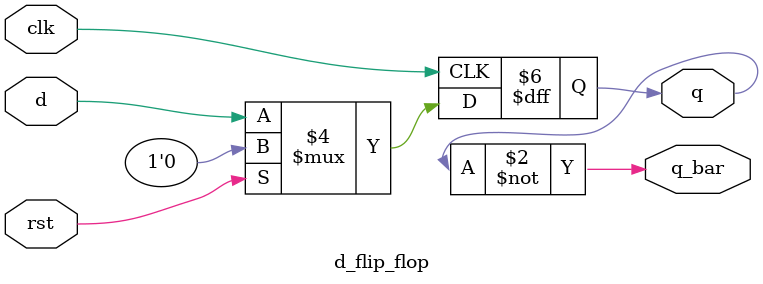
<source format=v>

module d_flip_flop (
    input wire clk,
    input wire rst,    
    input wire d,        // D input
    output reg q,        // Main output
    output wire q_bar    // Complement output
);

    
    always @(posedge clk) begin
        if (rst)
            q <= 1'b0;
        else
            q <= d;
    end

    assign q_bar = ~q; // Complement of q

endmodule

</source>
